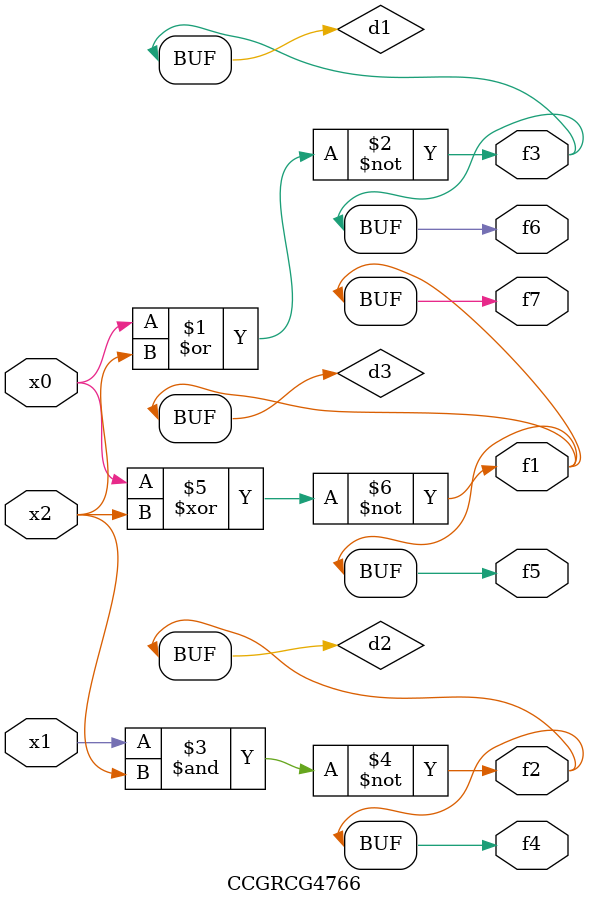
<source format=v>
module CCGRCG4766(
	input x0, x1, x2,
	output f1, f2, f3, f4, f5, f6, f7
);

	wire d1, d2, d3;

	nor (d1, x0, x2);
	nand (d2, x1, x2);
	xnor (d3, x0, x2);
	assign f1 = d3;
	assign f2 = d2;
	assign f3 = d1;
	assign f4 = d2;
	assign f5 = d3;
	assign f6 = d1;
	assign f7 = d3;
endmodule

</source>
